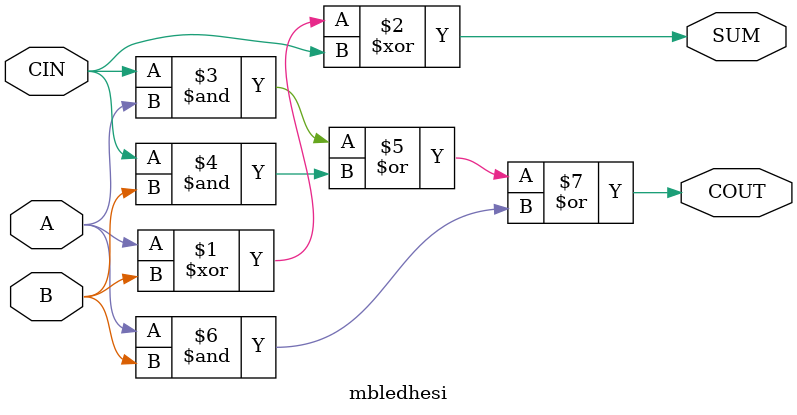
<source format=v>
`timescale 1ns / 1ps


module mbledhesi(
    input A,
    input B,
    input CIN,
    output SUM,
    output COUT
    );
    
    assign SUM = A ^ B ^ CIN;
    assign COUT = CIN & A | CIN & B | A & B;
endmodule

</source>
